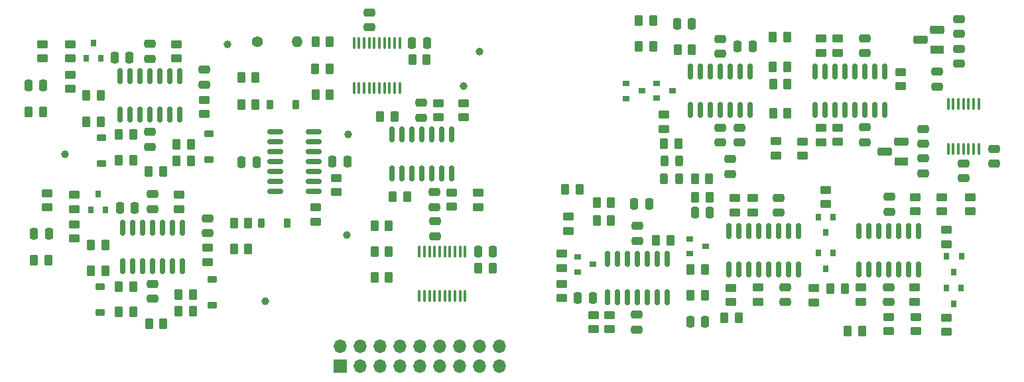
<source format=gbr>
%TF.GenerationSoftware,KiCad,Pcbnew,8.0.3*%
%TF.CreationDate,2024-07-17T18:03:28-06:00*%
%TF.ProjectId,VoiceBoardR4,566f6963-6542-46f6-9172-6452342e6b69,rev?*%
%TF.SameCoordinates,Original*%
%TF.FileFunction,Soldermask,Top*%
%TF.FilePolarity,Negative*%
%FSLAX46Y46*%
G04 Gerber Fmt 4.6, Leading zero omitted, Abs format (unit mm)*
G04 Created by KiCad (PCBNEW 8.0.3) date 2024-07-17 18:03:28*
%MOMM*%
%LPD*%
G01*
G04 APERTURE LIST*
G04 Aperture macros list*
%AMRoundRect*
0 Rectangle with rounded corners*
0 $1 Rounding radius*
0 $2 $3 $4 $5 $6 $7 $8 $9 X,Y pos of 4 corners*
0 Add a 4 corners polygon primitive as box body*
4,1,4,$2,$3,$4,$5,$6,$7,$8,$9,$2,$3,0*
0 Add four circle primitives for the rounded corners*
1,1,$1+$1,$2,$3*
1,1,$1+$1,$4,$5*
1,1,$1+$1,$6,$7*
1,1,$1+$1,$8,$9*
0 Add four rect primitives between the rounded corners*
20,1,$1+$1,$2,$3,$4,$5,0*
20,1,$1+$1,$4,$5,$6,$7,0*
20,1,$1+$1,$6,$7,$8,$9,0*
20,1,$1+$1,$8,$9,$2,$3,0*%
G04 Aperture macros list end*
%ADD10RoundRect,0.250000X0.450000X-0.262500X0.450000X0.262500X-0.450000X0.262500X-0.450000X-0.262500X0*%
%ADD11RoundRect,0.250000X-0.250000X-0.475000X0.250000X-0.475000X0.250000X0.475000X-0.250000X0.475000X0*%
%ADD12RoundRect,0.250000X0.475000X-0.250000X0.475000X0.250000X-0.475000X0.250000X-0.475000X-0.250000X0*%
%ADD13RoundRect,0.250000X-0.475000X0.250000X-0.475000X-0.250000X0.475000X-0.250000X0.475000X0.250000X0*%
%ADD14RoundRect,0.250000X-0.262500X-0.450000X0.262500X-0.450000X0.262500X0.450000X-0.262500X0.450000X0*%
%ADD15RoundRect,0.100000X0.100000X-0.637500X0.100000X0.637500X-0.100000X0.637500X-0.100000X-0.637500X0*%
%ADD16RoundRect,0.250000X0.262500X0.450000X-0.262500X0.450000X-0.262500X-0.450000X0.262500X-0.450000X0*%
%ADD17RoundRect,0.150000X0.150000X-0.825000X0.150000X0.825000X-0.150000X0.825000X-0.150000X-0.825000X0*%
%ADD18RoundRect,0.250000X-0.450000X0.262500X-0.450000X-0.262500X0.450000X-0.262500X0.450000X0.262500X0*%
%ADD19R,0.900000X0.800000*%
%ADD20RoundRect,0.225000X0.375000X-0.225000X0.375000X0.225000X-0.375000X0.225000X-0.375000X-0.225000X0*%
%ADD21RoundRect,0.150000X-0.150000X0.825000X-0.150000X-0.825000X0.150000X-0.825000X0.150000X0.825000X0*%
%ADD22R,0.800000X0.900000*%
%ADD23R,1.800000X1.100000*%
%ADD24RoundRect,0.275000X0.625000X-0.275000X0.625000X0.275000X-0.625000X0.275000X-0.625000X-0.275000X0*%
%ADD25R,1.700000X1.700000*%
%ADD26O,1.700000X1.700000*%
%ADD27RoundRect,0.100000X-0.100000X0.637500X-0.100000X-0.637500X0.100000X-0.637500X0.100000X0.637500X0*%
%ADD28C,1.000000*%
%ADD29RoundRect,0.150000X-0.825000X-0.150000X0.825000X-0.150000X0.825000X0.150000X-0.825000X0.150000X0*%
%ADD30C,1.400000*%
%ADD31O,1.400000X1.400000*%
%ADD32RoundRect,0.250000X0.250000X0.475000X-0.250000X0.475000X-0.250000X-0.475000X0.250000X-0.475000X0*%
%ADD33RoundRect,0.243750X0.243750X0.456250X-0.243750X0.456250X-0.243750X-0.456250X0.243750X-0.456250X0*%
%ADD34RoundRect,0.243750X-0.243750X-0.456250X0.243750X-0.456250X0.243750X0.456250X-0.243750X0.456250X0*%
%ADD35RoundRect,0.225000X-0.225000X-0.375000X0.225000X-0.375000X0.225000X0.375000X-0.225000X0.375000X0*%
G04 APERTURE END LIST*
D10*
%TO.C,R207*%
X8952500Y-12427500D03*
X8952500Y-10602500D03*
%TD*%
D11*
%TO.C,C406*%
X88720000Y-28255000D03*
X90620000Y-28255000D03*
%TD*%
D12*
%TO.C,C409*%
X99455000Y-28254999D03*
X99455000Y-26355001D03*
%TD*%
D10*
%TO.C,R215*%
X9537500Y-27802500D03*
X9537500Y-25977500D03*
%TD*%
D13*
%TO.C,C216*%
X53817500Y-14200001D03*
X53817500Y-16099999D03*
%TD*%
D14*
%TO.C,R217*%
X19055000Y-42425000D03*
X20880000Y-42425000D03*
%TD*%
D15*
%TO.C,U205*%
X53550000Y-38937500D03*
X54200000Y-38937500D03*
X54850000Y-38937500D03*
X55500000Y-38937500D03*
X56150000Y-38937500D03*
X56800000Y-38937500D03*
X57450000Y-38937500D03*
X58100000Y-38937500D03*
X58750000Y-38937500D03*
X59400000Y-38937500D03*
X59400000Y-33212500D03*
X58750000Y-33212500D03*
X58100000Y-33212500D03*
X57450000Y-33212500D03*
X56800000Y-33212500D03*
X56150000Y-33212500D03*
X55500000Y-33212500D03*
X54850000Y-33212500D03*
X54200000Y-33212500D03*
X53550000Y-33212500D03*
%TD*%
D16*
%TO.C,R304*%
X83412500Y-3640000D03*
X81587500Y-3640000D03*
%TD*%
D17*
%TO.C,U303*%
X104045000Y-15115000D03*
X105315000Y-15115000D03*
X106585000Y-15115000D03*
X107855000Y-15115000D03*
X109125000Y-15115000D03*
X110395000Y-15115000D03*
X111665000Y-15115000D03*
X112935000Y-15115000D03*
X112935000Y-10165000D03*
X111665000Y-10165000D03*
X110395000Y-10165000D03*
X109125000Y-10165000D03*
X107855000Y-10165000D03*
X106585000Y-10165000D03*
X105315000Y-10165000D03*
X104045000Y-10165000D03*
%TD*%
D18*
%TO.C,R241*%
X59195000Y-14237500D03*
X59195000Y-16062500D03*
%TD*%
D13*
%TO.C,C218*%
X55515000Y-29345001D03*
X55515000Y-31244999D03*
%TD*%
D12*
%TO.C,C407*%
X113530001Y-28129999D03*
X113530001Y-26230001D03*
%TD*%
D18*
%TO.C,R213*%
X5997500Y-25767500D03*
X5997500Y-27592500D03*
%TD*%
%TO.C,R408*%
X72570000Y-28762500D03*
X72570000Y-30587500D03*
%TD*%
D11*
%TO.C,C405*%
X73797500Y-39145000D03*
X75697500Y-39145000D03*
%TD*%
D16*
%TO.C,R226*%
X32652500Y-10922501D03*
X30827500Y-10922501D03*
%TD*%
D11*
%TO.C,C306*%
X94190001Y-7000000D03*
X96089999Y-7000000D03*
%TD*%
D19*
%TO.C,Q406*%
X88090000Y-31600000D03*
X88090000Y-33500000D03*
X90090000Y-32550000D03*
%TD*%
D13*
%TO.C,C309*%
X91925000Y-17380001D03*
X91925000Y-19279999D03*
%TD*%
D16*
%TO.C,R210*%
X17032500Y-18210000D03*
X15207500Y-18210000D03*
%TD*%
D13*
%TO.C,C212*%
X19490000Y-25895001D03*
X19490000Y-27794999D03*
%TD*%
D18*
%TO.C,R401*%
X77795001Y-41342500D03*
X77795001Y-43167500D03*
%TD*%
D19*
%TO.C,Q301*%
X83840000Y-11700000D03*
X83840000Y-13600000D03*
X85840000Y-12650000D03*
%TD*%
D10*
%TO.C,R406*%
X93865000Y-28212500D03*
X93865000Y-26387500D03*
%TD*%
D12*
%TO.C,C311*%
X110390000Y-7859999D03*
X110390000Y-5960001D03*
%TD*%
D13*
%TO.C,C217*%
X47165000Y-2660001D03*
X47165000Y-4559999D03*
%TD*%
D14*
%TO.C,R301*%
X86507500Y-7440000D03*
X88332500Y-7440000D03*
%TD*%
D10*
%TO.C,R209*%
X26065000Y-15642500D03*
X26065000Y-13817500D03*
%TD*%
D20*
%TO.C,D202*%
X12950000Y-21950000D03*
X12950000Y-18650000D03*
%TD*%
D16*
%TO.C,R230*%
X42092500Y-9855000D03*
X40267500Y-9855000D03*
%TD*%
D14*
%TO.C,R212*%
X4375000Y-34290000D03*
X6200000Y-34290000D03*
%TD*%
D16*
%TO.C,R238*%
X49650000Y-33200000D03*
X47825000Y-33200000D03*
%TD*%
D14*
%TO.C,R202*%
X22577500Y-19485000D03*
X24402500Y-19485000D03*
%TD*%
D12*
%TO.C,C308*%
X91935000Y-7939999D03*
X91935000Y-6040001D03*
%TD*%
D16*
%TO.C,R308*%
X100512500Y-9600000D03*
X98687500Y-9600000D03*
%TD*%
D11*
%TO.C,C211*%
X61055001Y-33225000D03*
X62954999Y-33225000D03*
%TD*%
D10*
%TO.C,R220*%
X57675000Y-27507500D03*
X57675000Y-25682500D03*
%TD*%
D11*
%TO.C,C214*%
X52615000Y-6530000D03*
X54515000Y-6530000D03*
%TD*%
D14*
%TO.C,R201*%
X18987500Y-23000000D03*
X20812500Y-23000000D03*
%TD*%
D12*
%TO.C,C213*%
X19490000Y-39264999D03*
X19490000Y-37365001D03*
%TD*%
D21*
%TO.C,U202*%
X23300000Y-30140000D03*
X22030000Y-30140000D03*
X20760000Y-30140000D03*
X19490000Y-30140000D03*
X18220000Y-30140000D03*
X16950000Y-30140000D03*
X15680000Y-30140000D03*
X15680000Y-35090000D03*
X16950000Y-35090000D03*
X18220000Y-35090000D03*
X19490000Y-35090000D03*
X20760000Y-35090000D03*
X22030000Y-35090000D03*
X23300000Y-35090000D03*
%TD*%
D10*
%TO.C,R204*%
X8952500Y-8527500D03*
X8952500Y-6702500D03*
%TD*%
D14*
%TO.C,R218*%
X22815000Y-38755000D03*
X24640000Y-38755000D03*
%TD*%
D10*
%TO.C,R411*%
X123870000Y-28072500D03*
X123870000Y-26247500D03*
%TD*%
D13*
%TO.C,C404*%
X81330000Y-41285001D03*
X81330000Y-43184999D03*
%TD*%
D11*
%TO.C,C301*%
X86440000Y-4090000D03*
X88340000Y-4090000D03*
%TD*%
D22*
%TO.C,Q403*%
X106370000Y-33420000D03*
X104470000Y-33420000D03*
X105420000Y-35420000D03*
%TD*%
D12*
%TO.C,C207*%
X19115000Y-19829999D03*
X19115000Y-17930001D03*
%TD*%
D16*
%TO.C,R424*%
X90002500Y-35500000D03*
X88177500Y-35500000D03*
%TD*%
D14*
%TO.C,R214*%
X11635000Y-32360000D03*
X13460000Y-32360000D03*
%TD*%
D17*
%TO.C,U204*%
X50025000Y-23225000D03*
X51295000Y-23225000D03*
X52565000Y-23225000D03*
X53835000Y-23225000D03*
X55105000Y-23225000D03*
X56375000Y-23225000D03*
X57645000Y-23225000D03*
X57645000Y-18275000D03*
X56375000Y-18275000D03*
X55105000Y-18275000D03*
X53835000Y-18275000D03*
X52565000Y-18275000D03*
X51295000Y-18275000D03*
X50025000Y-18275000D03*
%TD*%
D10*
%TO.C,R409*%
X116890001Y-28092500D03*
X116890001Y-26267500D03*
%TD*%
D13*
%TO.C,C310*%
X110390000Y-17340001D03*
X110390000Y-19239999D03*
%TD*%
D14*
%TO.C,R311*%
X98677500Y-5800000D03*
X100502500Y-5800000D03*
%TD*%
D13*
%TO.C,C408*%
X113450000Y-37760001D03*
X113450000Y-39659999D03*
%TD*%
D11*
%TO.C,C202*%
X3630000Y-11965000D03*
X5530000Y-11965000D03*
%TD*%
D20*
%TO.C,D204*%
X27077500Y-40102500D03*
X27077500Y-36802500D03*
%TD*%
D13*
%TO.C,C305*%
X94460000Y-17370001D03*
X94460000Y-19269999D03*
%TD*%
D14*
%TO.C,R221*%
X15175000Y-40955000D03*
X17000000Y-40955000D03*
%TD*%
D18*
%TO.C,R403*%
X71722500Y-37332500D03*
X71722500Y-39157500D03*
%TD*%
D23*
%TO.C,U304*%
X115060000Y-21750000D03*
D24*
X112990000Y-20480000D03*
X115060000Y-19210000D03*
%TD*%
D16*
%TO.C,R235*%
X24402500Y-21585000D03*
X22577500Y-21585000D03*
%TD*%
%TO.C,R232*%
X51972500Y-26170000D03*
X50147500Y-26170000D03*
%TD*%
D18*
%TO.C,R246*%
X40275000Y-27587500D03*
X40275000Y-29412500D03*
%TD*%
D14*
%TO.C,R205*%
X3667500Y-15365000D03*
X5492500Y-15365000D03*
%TD*%
D25*
%TO.C,U103*%
X43437500Y-47887500D03*
D26*
X43437500Y-45347500D03*
X45977500Y-47887500D03*
X45977500Y-45347500D03*
X48517500Y-47887500D03*
X48517500Y-45347500D03*
X51057500Y-47887500D03*
X51057500Y-45347500D03*
X53597500Y-47887500D03*
X53597500Y-45347500D03*
X56137500Y-47887500D03*
X56137500Y-45347500D03*
X58677500Y-47887500D03*
X58677500Y-45347500D03*
X61217500Y-47887500D03*
X61217500Y-45347500D03*
X63757500Y-47887500D03*
X63757500Y-45347500D03*
%TD*%
D27*
%TO.C,U302*%
X124970000Y-14357500D03*
X124320000Y-14357500D03*
X123670000Y-14357500D03*
X123020000Y-14357500D03*
X122370000Y-14357500D03*
X121720000Y-14357500D03*
X121070000Y-14357500D03*
X121070000Y-20082500D03*
X121720000Y-20082500D03*
X122370000Y-20082500D03*
X123020000Y-20082500D03*
X123670000Y-20082500D03*
X124320000Y-20082500D03*
X124970000Y-20082500D03*
%TD*%
D16*
%TO.C,R244*%
X62907500Y-35345000D03*
X61082500Y-35345000D03*
%TD*%
D20*
%TO.C,D201*%
X26700000Y-21472500D03*
X26700000Y-18172500D03*
%TD*%
D28*
%TO.C,SAW2*%
X44300000Y-31100000D03*
%TD*%
D10*
%TO.C,R314*%
X104820000Y-19212500D03*
X104820000Y-17387500D03*
%TD*%
D29*
%TO.C,U206*%
X35127500Y-17932501D03*
X35127500Y-19202501D03*
X35127500Y-20472501D03*
X35127500Y-21742501D03*
X35127500Y-23012501D03*
X35127500Y-24282501D03*
X35127500Y-25552501D03*
X40077500Y-25552501D03*
X40077500Y-24282501D03*
X40077500Y-23012501D03*
X40077500Y-21742501D03*
X40077500Y-20472501D03*
X40077500Y-19202501D03*
X40077500Y-17932501D03*
%TD*%
D28*
%TO.C,OSC2*%
X61225000Y-7675000D03*
%TD*%
D12*
%TO.C,C215*%
X55475000Y-27524999D03*
X55475000Y-25625001D03*
%TD*%
D13*
%TO.C,C302*%
X117860000Y-21320001D03*
X117860000Y-23219999D03*
%TD*%
D30*
%TO.C,R247*%
X32885000Y-6375000D03*
D31*
X37965000Y-6375000D03*
%TD*%
D28*
%TO.C,SAW1*%
X29025000Y-6725000D03*
%TD*%
D14*
%TO.C,R420*%
X108227500Y-43400000D03*
X110052500Y-43400000D03*
%TD*%
D12*
%TO.C,C403*%
X81340000Y-31844999D03*
X81340000Y-29945001D03*
%TD*%
D16*
%TO.C,R312*%
X100522500Y-11790000D03*
X98697500Y-11790000D03*
%TD*%
D18*
%TO.C,R227*%
X22897500Y-25937500D03*
X22897500Y-27762500D03*
%TD*%
D16*
%TO.C,R237*%
X49650000Y-36500000D03*
X47825000Y-36500000D03*
%TD*%
%TO.C,R422*%
X90002500Y-38825000D03*
X88177500Y-38825000D03*
%TD*%
%TO.C,R303*%
X83412500Y-6970000D03*
X81587500Y-6970000D03*
%TD*%
D17*
%TO.C,U402*%
X93100000Y-35550000D03*
X94370000Y-35550000D03*
X95640000Y-35550000D03*
X96910000Y-35550000D03*
X98180000Y-35550000D03*
X99450000Y-35550000D03*
X100720000Y-35550000D03*
X101990000Y-35550000D03*
X101990000Y-30600000D03*
X100720000Y-30600000D03*
X99450000Y-30600000D03*
X98180000Y-30600000D03*
X96910000Y-30600000D03*
X95640000Y-30600000D03*
X94370000Y-30600000D03*
X93100000Y-30600000D03*
%TD*%
D28*
%TO.C,OSC1*%
X59200000Y-12050000D03*
%TD*%
D32*
%TO.C,C210*%
X44362499Y-21742501D03*
X42462501Y-21742501D03*
%TD*%
D28*
%TO.C,TRI1*%
X8300000Y-20750000D03*
%TD*%
D13*
%TO.C,C303*%
X117860000Y-17540001D03*
X117860000Y-19439999D03*
%TD*%
D14*
%TO.C,R421*%
X83752500Y-31775000D03*
X85577500Y-31775000D03*
%TD*%
D10*
%TO.C,R307*%
X102470000Y-20962500D03*
X102470000Y-19137500D03*
%TD*%
D13*
%TO.C,C203*%
X26090000Y-9955001D03*
X26090000Y-11854999D03*
%TD*%
D16*
%TO.C,R211*%
X17032500Y-21550000D03*
X15207500Y-21550000D03*
%TD*%
D18*
%TO.C,R234*%
X22540000Y-6717500D03*
X22540000Y-8542500D03*
%TD*%
D16*
%TO.C,R233*%
X50387500Y-15940000D03*
X48562500Y-15940000D03*
%TD*%
D13*
%TO.C,C307*%
X93230000Y-21380001D03*
X93230000Y-23279999D03*
%TD*%
D32*
%TO.C,C209*%
X17199999Y-27655000D03*
X15300001Y-27655000D03*
%TD*%
D16*
%TO.C,R222*%
X17000000Y-37675000D03*
X15175000Y-37675000D03*
%TD*%
D10*
%TO.C,R426*%
X93360000Y-39672500D03*
X93360000Y-37847500D03*
%TD*%
D14*
%TO.C,R203*%
X11047500Y-13280000D03*
X12872500Y-13280000D03*
%TD*%
%TO.C,R423*%
X76182500Y-27000000D03*
X78007500Y-27000000D03*
%TD*%
D10*
%TO.C,R231*%
X61075000Y-27512500D03*
X61075000Y-25687500D03*
%TD*%
D22*
%TO.C,Q201*%
X11022500Y-8535000D03*
X12922500Y-8535000D03*
X11972500Y-6535000D03*
%TD*%
D10*
%TO.C,R216*%
X9527500Y-31562500D03*
X9527500Y-29737500D03*
%TD*%
D16*
%TO.C,R428*%
X94312500Y-41710000D03*
X92487500Y-41710000D03*
%TD*%
D10*
%TO.C,R402*%
X75785000Y-43167500D03*
X75785000Y-41342500D03*
%TD*%
D13*
%TO.C,C206*%
X19115000Y-6680001D03*
X19115000Y-8579999D03*
%TD*%
D22*
%TO.C,Q404*%
X122750000Y-33830000D03*
X120850000Y-33830000D03*
X121800000Y-35830000D03*
%TD*%
D16*
%TO.C,R316*%
X90562500Y-23880000D03*
X88737500Y-23880000D03*
%TD*%
D10*
%TO.C,R418*%
X116910001Y-43402500D03*
X116910001Y-41577500D03*
%TD*%
D16*
%TO.C,R305*%
X100522500Y-15540000D03*
X98697500Y-15540000D03*
%TD*%
D18*
%TO.C,R206*%
X5430000Y-6702500D03*
X5430000Y-8527500D03*
%TD*%
D10*
%TO.C,R430*%
X113440000Y-43402500D03*
X113440000Y-41577500D03*
%TD*%
D19*
%TO.C,Q302*%
X79940000Y-11725000D03*
X79940000Y-13625000D03*
X81940000Y-12675000D03*
%TD*%
D16*
%TO.C,R225*%
X32645000Y-14392501D03*
X30820000Y-14392501D03*
%TD*%
D14*
%TO.C,R405*%
X88757500Y-26255000D03*
X90582500Y-26255000D03*
%TD*%
D16*
%TO.C,R242*%
X54472500Y-8630000D03*
X52647500Y-8630000D03*
%TD*%
D21*
%TO.C,U403*%
X117280000Y-30585000D03*
X116010000Y-30585000D03*
X114740000Y-30585000D03*
X113470000Y-30585000D03*
X112200000Y-30585000D03*
X110930000Y-30585000D03*
X109660000Y-30585000D03*
X109660000Y-35535000D03*
X110930000Y-35535000D03*
X112200000Y-35535000D03*
X113470000Y-35535000D03*
X114740000Y-35535000D03*
X116010000Y-35535000D03*
X117280000Y-35535000D03*
%TD*%
%TO.C,U201*%
X22922500Y-10755000D03*
X21652500Y-10755000D03*
X20382500Y-10755000D03*
X19112500Y-10755000D03*
X17842500Y-10755000D03*
X16572500Y-10755000D03*
X15302500Y-10755000D03*
X15302500Y-15705000D03*
X16572500Y-15705000D03*
X17842500Y-15705000D03*
X19112500Y-15705000D03*
X20382500Y-15705000D03*
X21652500Y-15705000D03*
X22922500Y-15705000D03*
%TD*%
D20*
%TO.C,D203*%
X12817500Y-41025000D03*
X12817500Y-37725000D03*
%TD*%
D22*
%TO.C,Q405*%
X122700000Y-37910000D03*
X120800000Y-37910000D03*
X121750000Y-39910000D03*
%TD*%
D16*
%TO.C,R236*%
X24640000Y-40815000D03*
X22815000Y-40815000D03*
%TD*%
%TO.C,R315*%
X86622501Y-19430000D03*
X84797501Y-19430000D03*
%TD*%
%TO.C,R223*%
X31692500Y-32900000D03*
X29867500Y-32900000D03*
%TD*%
D33*
%TO.C,D302*%
X86677502Y-23870000D03*
X84802500Y-23870000D03*
%TD*%
D16*
%TO.C,R224*%
X31702500Y-29600000D03*
X29877500Y-29600000D03*
%TD*%
D10*
%TO.C,R413*%
X103915000Y-39712500D03*
X103915000Y-37887500D03*
%TD*%
%TO.C,R416*%
X120850000Y-32292500D03*
X120850000Y-30467500D03*
%TD*%
D34*
%TO.C,D301*%
X84812501Y-21640000D03*
X86687501Y-21640000D03*
%TD*%
D18*
%TO.C,R419*%
X116800000Y-37797500D03*
X116800000Y-39622500D03*
%TD*%
D23*
%TO.C,U305*%
X119610000Y-7430000D03*
D24*
X117540000Y-6160000D03*
X119610000Y-4890000D03*
%TD*%
D10*
%TO.C,R427*%
X96760000Y-39662500D03*
X96760000Y-37837500D03*
%TD*%
D19*
%TO.C,Q401*%
X73747500Y-33920000D03*
X73747500Y-35820000D03*
X75747500Y-34870000D03*
%TD*%
D16*
%TO.C,R228*%
X42102500Y-6345000D03*
X40277500Y-6345000D03*
%TD*%
D10*
%TO.C,R417*%
X120820000Y-43502500D03*
X120820000Y-41677500D03*
%TD*%
D15*
%TO.C,U203*%
X45200000Y-12275000D03*
X45850000Y-12275000D03*
X46500000Y-12275000D03*
X47150000Y-12275000D03*
X47800000Y-12275000D03*
X48450000Y-12275000D03*
X49100000Y-12275000D03*
X49750000Y-12275000D03*
X50400000Y-12275000D03*
X51050000Y-12275000D03*
X51050000Y-6550000D03*
X50400000Y-6550000D03*
X49750000Y-6550000D03*
X49100000Y-6550000D03*
X48450000Y-6550000D03*
X47800000Y-6550000D03*
X47150000Y-6550000D03*
X46500000Y-6550000D03*
X45850000Y-6550000D03*
X45200000Y-6550000D03*
%TD*%
D13*
%TO.C,C204*%
X26497500Y-28955001D03*
X26497500Y-30854999D03*
%TD*%
D18*
%TO.C,R240*%
X55955000Y-14237500D03*
X55955000Y-16062500D03*
%TD*%
%TO.C,R309*%
X106950000Y-5997500D03*
X106950000Y-7822500D03*
%TD*%
D10*
%TO.C,R302*%
X84750000Y-17537500D03*
X84750000Y-15712500D03*
%TD*%
D13*
%TO.C,C304*%
X122430000Y-3500001D03*
X122430000Y-5399999D03*
%TD*%
D11*
%TO.C,C208*%
X4367500Y-30920000D03*
X6267500Y-30920000D03*
%TD*%
D18*
%TO.C,R407*%
X96090000Y-26387500D03*
X96090000Y-28212500D03*
%TD*%
D10*
%TO.C,R404*%
X71722500Y-35332500D03*
X71722500Y-33507500D03*
%TD*%
D21*
%TO.C,U404*%
X85150000Y-34150000D03*
X83880000Y-34150000D03*
X82610000Y-34150000D03*
X81340000Y-34150000D03*
X80070000Y-34150000D03*
X78800000Y-34150000D03*
X77530000Y-34150000D03*
X77530000Y-39100000D03*
X78800000Y-39100000D03*
X80070000Y-39100000D03*
X81340000Y-39100000D03*
X82610000Y-39100000D03*
X83880000Y-39100000D03*
X85150000Y-39100000D03*
%TD*%
D13*
%TO.C,C314*%
X123020000Y-21960001D03*
X123020000Y-23859999D03*
%TD*%
D16*
%TO.C,R239*%
X49650000Y-29900000D03*
X47825000Y-29900000D03*
%TD*%
D10*
%TO.C,R313*%
X106940000Y-19192500D03*
X106940000Y-17367500D03*
%TD*%
D12*
%TO.C,C313*%
X119690000Y-12099999D03*
X119690000Y-10200001D03*
%TD*%
D28*
%TO.C,OSCMIX1*%
X44425000Y-18275000D03*
%TD*%
D13*
%TO.C,C315*%
X126940000Y-20100001D03*
X126940000Y-21999999D03*
%TD*%
D14*
%TO.C,R208*%
X11047500Y-16625000D03*
X12872500Y-16625000D03*
%TD*%
D18*
%TO.C,R310*%
X104810000Y-5997500D03*
X104810000Y-7822500D03*
%TD*%
D22*
%TO.C,Q202*%
X11577500Y-27880000D03*
X13477500Y-27880000D03*
X12527500Y-25880000D03*
%TD*%
D11*
%TO.C,C414*%
X88140000Y-42200000D03*
X90040000Y-42200000D03*
%TD*%
D35*
%TO.C,D206*%
X33350000Y-29600000D03*
X36650000Y-29600000D03*
%TD*%
D32*
%TO.C,C201*%
X16564999Y-8430000D03*
X14665001Y-8430000D03*
%TD*%
D16*
%TO.C,R414*%
X107852500Y-37930000D03*
X106027500Y-37930000D03*
%TD*%
D14*
%TO.C,R219*%
X11635000Y-35720000D03*
X13460000Y-35720000D03*
%TD*%
D35*
%TO.C,D205*%
X34472500Y-14392501D03*
X37772500Y-14392501D03*
%TD*%
D18*
%TO.C,R317*%
X115010000Y-10237500D03*
X115010000Y-12062500D03*
%TD*%
D16*
%TO.C,R429*%
X73982500Y-25250000D03*
X72157500Y-25250000D03*
%TD*%
D18*
%TO.C,R415*%
X109910000Y-37797500D03*
X109910000Y-39622500D03*
%TD*%
%TO.C,R245*%
X42900000Y-23817500D03*
X42900000Y-25642500D03*
%TD*%
D16*
%TO.C,R229*%
X42112500Y-13175000D03*
X40287500Y-13175000D03*
%TD*%
D11*
%TO.C,C413*%
X80995000Y-27125000D03*
X82895000Y-27125000D03*
%TD*%
D16*
%TO.C,R425*%
X78002500Y-29275000D03*
X76177500Y-29275000D03*
%TD*%
D11*
%TO.C,C205*%
X30862500Y-21752501D03*
X32762500Y-21752501D03*
%TD*%
D10*
%TO.C,R410*%
X120270001Y-28092500D03*
X120270001Y-26267500D03*
%TD*%
%TO.C,R306*%
X99105000Y-20947500D03*
X99105000Y-19122500D03*
%TD*%
D28*
%TO.C,TRI2*%
X33850000Y-39550000D03*
%TD*%
D10*
%TO.C,R412*%
X105415000Y-27137500D03*
X105415000Y-25312500D03*
%TD*%
D13*
%TO.C,C312*%
X122430000Y-7310001D03*
X122430000Y-9209999D03*
%TD*%
D21*
%TO.C,U301*%
X95735000Y-10185000D03*
X94465000Y-10185000D03*
X93195000Y-10185000D03*
X91925000Y-10185000D03*
X90655000Y-10185000D03*
X89385000Y-10185000D03*
X88115000Y-10185000D03*
X88115000Y-15135000D03*
X89385000Y-15135000D03*
X90655000Y-15135000D03*
X91925000Y-15135000D03*
X93195000Y-15135000D03*
X94465000Y-15135000D03*
X95735000Y-15135000D03*
%TD*%
D13*
%TO.C,C410*%
X100225000Y-37795001D03*
X100225000Y-39694999D03*
%TD*%
D10*
%TO.C,R243*%
X26497500Y-34567500D03*
X26497500Y-32742500D03*
%TD*%
D22*
%TO.C,Q402*%
X106360000Y-28810000D03*
X104460000Y-28810000D03*
X105410000Y-30810000D03*
%TD*%
M02*

</source>
